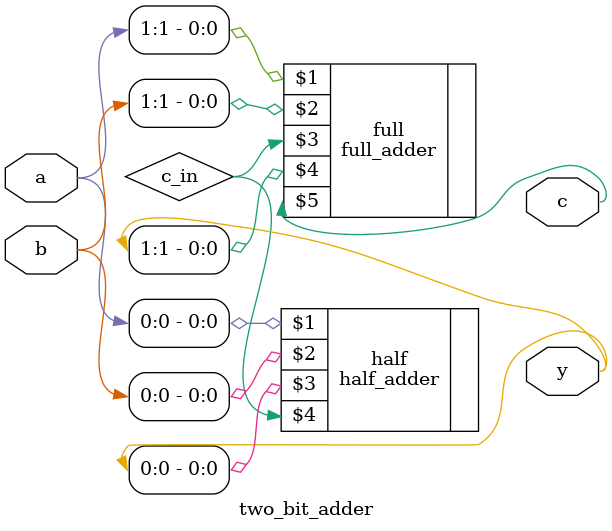
<source format=sv>
module two_bit_adder(a,b,y,c);

input wire [1:0] a,b;
output logic [1:0] y;
output logic c;
wire c_in;

half_adder half(a[0], b[0], y[0], c_in);
full_adder full(a[1], b[1], c_in, y[1],c);

endmodule
</source>
